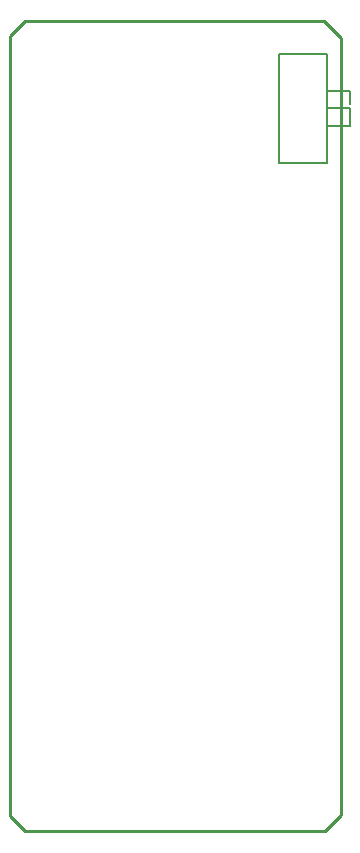
<source format=gm1>
G04*
G04 #@! TF.GenerationSoftware,Altium Limited,Altium Designer,21.8.1 (53)*
G04*
G04 Layer_Color=16711935*
%FSLAX23Y23*%
%MOIN*%
G70*
G04*
G04 #@! TF.SameCoordinates,9A98099C-E915-48DC-B274-BBC1B63A1E23*
G04*
G04*
G04 #@! TF.FilePolarity,Positive*
G04*
G01*
G75*
%ADD11C,0.008*%
%ADD96C,0.010*%
D11*
X1134Y-275D02*
Y-232D01*
X1056D02*
X1134D01*
X1056Y-291D02*
X1134D01*
Y-350D02*
Y-291D01*
X1056Y-350D02*
X1134D01*
X1056Y-472D02*
Y-110D01*
X898Y-472D02*
X1056D01*
X898D02*
Y-110D01*
X1056D01*
D96*
X0Y-50D02*
X50Y0D01*
X1048D01*
X1103Y-55D01*
X1103Y-2647D01*
X1050Y-2700D02*
X1103Y-2647D01*
X50Y-2700D02*
X1050D01*
X0Y-2650D02*
X50Y-2700D01*
X0Y-2650D02*
Y-50D01*
M02*

</source>
